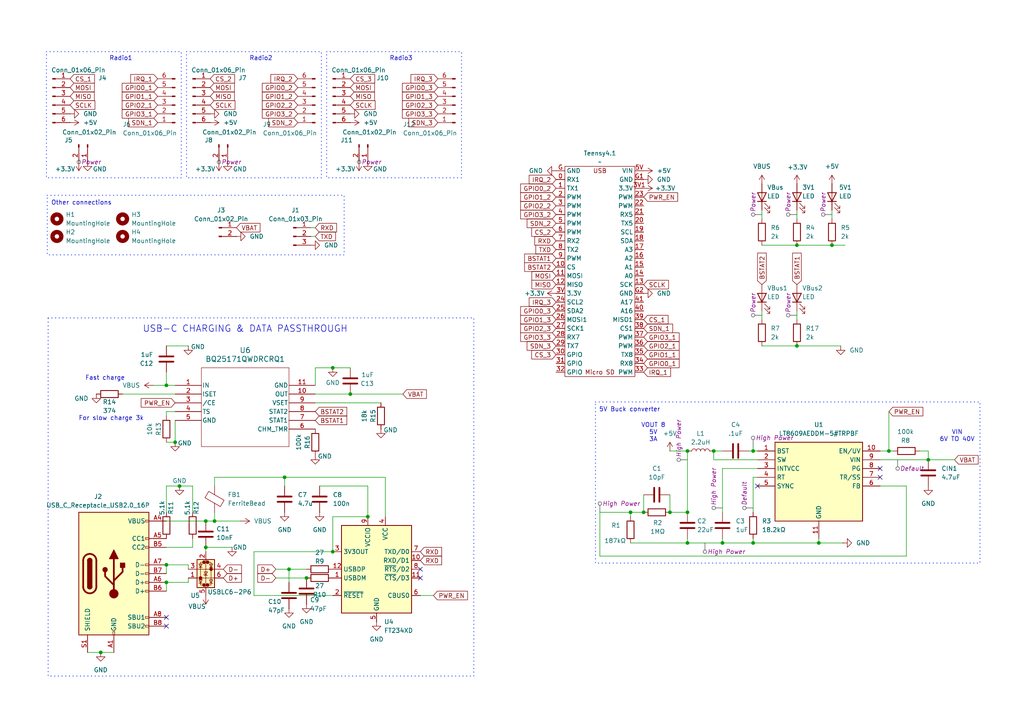
<source format=kicad_sch>
(kicad_sch (version 20231120) (generator "eeschema") (generator_version "8.0")
  (paper "A4")
  (junction (at 207.01 130.81))
  (junction (at 209.55 157.48))
  (junction (at 199.39 157.48))
  (junction (at 241.3 71.12))
  (junction (at 52.07 140.97))
  (junction (at 82.55 138.43))
  (junction (at 101.6 114.3))
  (junction (at 29.21 189.23))
  (junction (at 199.39 130.81))
  (junction (at 48.26 111.76))
  (junction (at 231.14 100.33))
  (junction (at 106.68 149.86))
  (junction (at 59.69 151.13))
  (junction (at 194.31 148.59))
  (junction (at 257.81 130.81))
  (junction (at 218.44 157.48))
  (junction (at 48.26 163.83))
  (junction (at 59.69 158.75))
  (junction (at 269.24 133.35))
  (junction (at 237.49 157.48))
  (junction (at 231.14 71.12))
  (junction (at 199.39 148.59))
  (junction (at 186.69 148.59))
  (junction (at 62.23 151.13))
  (junction (at 50.8 128.27))
  (junction (at 96.52 160.02))
  (junction (at 48.26 168.91))
  (junction (at 88.9 167.64))
  (junction (at 218.44 130.81))
  (junction (at 96.52 106.68))
  (junction (at 83.82 165.1))
  (junction (at 182.88 148.59))
  (no_connect (at 255.27 135.89))
  (no_connect (at 121.92 167.64))
  (no_connect (at 219.71 140.97))
  (no_connect (at 121.92 165.1))
  (no_connect (at 48.26 179.07))
  (no_connect (at 255.27 138.43))
  (no_connect (at 48.26 181.61))
  (wire (pts (xy 91.44 106.68) (xy 96.52 106.68)))
  (wire (pts (xy 96.52 160.02) (xy 96.52 149.86)))
  (wire (pts (xy 50.8 128.27) (xy 50.8 121.92)))
  (wire (pts (xy 48.26 163.83) (xy 54.61 163.83)))
  (wire (pts (xy 62.23 140.97) (xy 62.23 138.43)))
  (wire (pts (xy 218.44 129.54) (xy 218.44 130.81)))
  (wire (pts (xy 219.71 138.43) (xy 218.44 138.43)))
  (wire (pts (xy 48.26 119.38) (xy 50.8 119.38)))
  (wire (pts (xy 255.27 140.97) (xy 262.89 140.97)))
  (wire (pts (xy 121.92 172.72) (xy 125.73 172.72)))
  (wire (pts (xy 62.23 151.13) (xy 62.23 148.59)))
  (wire (pts (xy 209.55 157.48) (xy 218.44 157.48)))
  (wire (pts (xy 255.27 130.81) (xy 257.81 130.81)))
  (wire (pts (xy 92.71 140.97) (xy 106.68 140.97)))
  (wire (pts (xy 82.55 138.43) (xy 111.76 138.43)))
  (wire (pts (xy 199.39 156.21) (xy 199.39 157.48)))
  (wire (pts (xy 62.23 138.43) (xy 82.55 138.43)))
  (wire (pts (xy 182.88 148.59) (xy 186.69 148.59)))
  (wire (pts (xy 269.24 133.35) (xy 276.86 133.35)))
  (wire (pts (xy 231.14 100.33) (xy 243.84 100.33)))
  (wire (pts (xy 48.26 128.27) (xy 50.8 128.27)))
  (wire (pts (xy 194.31 148.59) (xy 199.39 148.59)))
  (wire (pts (xy 73.66 172.72) (xy 73.66 160.02)))
  (wire (pts (xy 48.26 107.95) (xy 48.26 111.76)))
  (wire (pts (xy 62.23 151.13) (xy 69.85 151.13)))
  (wire (pts (xy 182.88 148.59) (xy 182.88 149.86)))
  (wire (pts (xy 237.49 156.21) (xy 237.49 157.48)))
  (wire (pts (xy 96.52 106.68) (xy 101.6 106.68)))
  (wire (pts (xy 231.14 90.17) (xy 231.14 92.71)))
  (wire (pts (xy 173.99 148.59) (xy 182.88 148.59)))
  (wire (pts (xy 96.52 149.86) (xy 106.68 149.86)))
  (wire (pts (xy 48.26 119.38) (xy 48.26 120.65)))
  (wire (pts (xy 207.01 133.35) (xy 207.01 130.81)))
  (wire (pts (xy 199.39 157.48) (xy 209.55 157.48)))
  (wire (pts (xy 48.26 158.75) (xy 55.88 158.75)))
  (wire (pts (xy 73.66 160.02) (xy 96.52 160.02)))
  (wire (pts (xy 257.81 130.81) (xy 259.08 130.81)))
  (wire (pts (xy 255.27 133.35) (xy 269.24 133.35)))
  (wire (pts (xy 48.26 140.97) (xy 52.07 140.97)))
  (wire (pts (xy 80.01 167.64) (xy 88.9 167.64)))
  (wire (pts (xy 220.98 90.17) (xy 220.98 92.71)))
  (wire (pts (xy 106.68 140.97) (xy 106.68 149.86)))
  (wire (pts (xy 52.07 140.97) (xy 55.88 140.97)))
  (wire (pts (xy 96.52 172.72) (xy 73.66 172.72)))
  (wire (pts (xy 48.26 100.33) (xy 54.61 100.33)))
  (wire (pts (xy 220.98 100.33) (xy 231.14 100.33)))
  (wire (pts (xy 111.76 138.43) (xy 111.76 149.86)))
  (wire (pts (xy 241.3 71.12) (xy 245.11 71.12)))
  (wire (pts (xy 262.89 140.97) (xy 262.89 161.29)))
  (wire (pts (xy 220.98 71.12) (xy 231.14 71.12)))
  (wire (pts (xy 262.89 161.29) (xy 173.99 161.29)))
  (wire (pts (xy 90.17 68.58) (xy 91.44 68.58)))
  (wire (pts (xy 231.14 71.12) (xy 241.3 71.12)))
  (wire (pts (xy 83.82 165.1) (xy 83.82 168.91)))
  (wire (pts (xy 48.26 168.91) (xy 48.26 171.45)))
  (wire (pts (xy 269.24 130.81) (xy 269.24 133.35)))
  (wire (pts (xy 199.39 130.81) (xy 199.39 148.59)))
  (wire (pts (xy 266.7 130.81) (xy 269.24 130.81)))
  (wire (pts (xy 257.81 119.38) (xy 257.81 130.81)))
  (wire (pts (xy 241.3 60.96) (xy 241.3 63.5)))
  (wire (pts (xy 59.69 151.13) (xy 62.23 151.13)))
  (wire (pts (xy 29.21 189.23) (xy 33.02 189.23)))
  (wire (pts (xy 80.01 165.1) (xy 83.82 165.1)))
  (wire (pts (xy 59.69 158.75) (xy 67.31 158.75)))
  (wire (pts (xy 55.88 158.75) (xy 55.88 156.21)))
  (wire (pts (xy 218.44 156.21) (xy 218.44 157.48)))
  (wire (pts (xy 54.61 163.83) (xy 54.61 165.1)))
  (wire (pts (xy 44.45 111.76) (xy 48.26 111.76)))
  (wire (pts (xy 237.49 157.48) (xy 244.475 157.48)))
  (wire (pts (xy 48.26 111.76) (xy 50.8 111.76)))
  (wire (pts (xy 186.69 143.51) (xy 186.69 148.59)))
  (wire (pts (xy 59.69 158.75) (xy 59.69 160.02)))
  (wire (pts (xy 209.55 156.21) (xy 209.55 157.48)))
  (wire (pts (xy 91.44 111.76) (xy 91.44 106.68)))
  (wire (pts (xy 91.44 114.3) (xy 101.6 114.3)))
  (wire (pts (xy 173.99 161.29) (xy 173.99 148.59)))
  (wire (pts (xy 231.14 60.96) (xy 231.14 63.5)))
  (wire (pts (xy 218.44 130.81) (xy 219.71 130.81)))
  (wire (pts (xy 90.17 66.04) (xy 91.44 66.04)))
  (wire (pts (xy 218.44 138.43) (xy 218.44 148.59)))
  (wire (pts (xy 35.56 114.3) (xy 50.8 114.3)))
  (wire (pts (xy 101.6 114.3) (xy 116.84 114.3)))
  (wire (pts (xy 82.55 138.43) (xy 82.55 140.97)))
  (wire (pts (xy 194.31 143.51) (xy 194.31 148.59)))
  (wire (pts (xy 48.26 163.83) (xy 48.26 166.37)))
  (wire (pts (xy 219.71 135.89) (xy 209.55 135.89)))
  (wire (pts (xy 54.61 168.91) (xy 54.61 167.64)))
  (wire (pts (xy 218.44 157.48) (xy 237.49 157.48)))
  (wire (pts (xy 194.31 130.81) (xy 199.39 130.81)))
  (wire (pts (xy 217.17 130.81) (xy 218.44 130.81)))
  (wire (pts (xy 48.26 151.13) (xy 59.69 151.13)))
  (wire (pts (xy 182.88 157.48) (xy 199.39 157.48)))
  (wire (pts (xy 48.26 148.59) (xy 48.26 140.97)))
  (wire (pts (xy 48.26 168.91) (xy 54.61 168.91)))
  (wire (pts (xy 207.01 130.81) (xy 209.55 130.81)))
  (wire (pts (xy 220.98 60.96) (xy 220.98 63.5)))
  (wire (pts (xy 83.82 165.1) (xy 88.9 165.1)))
  (wire (pts (xy 209.55 135.89) (xy 209.55 148.59)))
  (wire (pts (xy 219.71 133.35) (xy 207.01 133.35)))
  (wire (pts (xy 91.44 116.84) (xy 110.49 116.84)))
  (wire (pts (xy 25.4 189.23) (xy 29.21 189.23)))
  (wire (pts (xy 55.88 140.97) (xy 55.88 148.59)))
  (rectangle (start 172.72 116.586) (end 284.226 163.322) (stroke (width 0.254) (type dot) (color 23 47 255 1)))
  (rectangle (start 13.97 92.202) (end 137.414 196.088) (stroke (width 0.254) (type dot) (color 23 47 255 1)))
  (rectangle (start 54.102 14.986) (end 93.218 51.562) (stroke (width 0.254) (type dot) (color 23 47 255 1)))
  (rectangle (start 94.742 14.986) (end 133.858 51.562) (stroke (width 0.254) (type dot) (color 23 47 255 1)))
  (rectangle (start 13.716 56.642) (end 99.822 73.914) (stroke (width 0.254) (type dot) (color 23 47 255 1)))
  (rectangle (start 13.462 14.986) (end 52.578 51.562) (stroke (width 0.254) (type dot) (color 23 47 255 1)))
  (text "Other connections" (at 23.622 58.928 0) (effects (font (size 1.27 1.27))))
  (text "Fast charge\n" (at 30.48 109.728 0) (effects (font (size 1.27 1.27))))
  (text "For slow charge 3k" (at 32.258 121.412 0) (effects (font (size 1.27 1.27))))
  (text "VIN\n6V TO 40V" (at 277.622 126.492 0) (effects (font (size 1.27 1.27))))
  (text "Radio3" (at 116.332 17.018 0) (effects (font (size 1.27 1.27))))
  (text "USB-C CHARGING & DATA PASSTHROUGH" (at 71.12 95.504 0) (effects (font (size 1.905 1.905))))
  (text "VOUT 8\n5V\n3A" (at 189.484 125.476 0) (effects (font (size 1.27 1.27))))
  (text "Radio2\n" (at 75.692 17.018 0) (effects (font (size 1.27 1.27))))
  (text "5V Buck converter" (at 182.626 118.872 0) (effects (font (size 1.27 1.27))))
  (text "Radio1" (at 35.052 17.018 0) (effects (font (size 1.27 1.27))))
  (global_label "CS_3" (shape input) (at 161.29 102.87 180) (property "Intersheetrefs" "${INTERSHEET_REFS}" (effects (hide yes))))
  (global_label "GPIO1_1" (shape input) (at 186.69 102.87 0) (property "Intersheetrefs" "${INTERSHEET_REFS}" (effects (hide yes))))
  (global_label "GPIO2_1" (shape input) (at 45.72 30.48 180) (property "Intersheetrefs" "${INTERSHEET_REFS}" (effects (hide yes))))
  (global_label "IRQ_1" (shape input) (at 45.72 22.86 180) (property "Intersheetrefs" "${INTERSHEET_REFS}" (effects (hide yes))))
  (global_label "SCLK" (shape input) (at 186.69 82.55 0) (property "Intersheetrefs" "${INTERSHEET_REFS}" (effects (hide yes))))
  (global_label "GPIO1_2" (shape input) (at 161.29 57.15 180) (property "Intersheetrefs" "${INTERSHEET_REFS}" (effects (hide yes))))
  (global_label "GPIO0_2" (shape input) (at 86.36 25.4 180) (property "Intersheetrefs" "${INTERSHEET_REFS}" (effects (hide yes))))
  (global_label "D-" (shape input) (at 64.77 165.1 0) (property "Intersheetrefs" "${INTERSHEET_REFS}" (effects (hide yes))))
  (global_label "PWR_EN" (shape input) (at 257.81 119.38 0) (property "Intersheetrefs" "${INTERSHEET_REFS}" (effects (hide yes))))
  (global_label "SCLK" (shape input) (at 20.32 30.48 0) (property "Intersheetrefs" "${INTERSHEET_REFS}" (effects (hide yes))))
  (global_label "SCLK" (shape input) (at 60.96 30.48 0) (property "Intersheetrefs" "${INTERSHEET_REFS}" (effects (hide yes))))
  (global_label "RXD" (shape input) (at 161.29 69.85 180) (property "Intersheetrefs" "${INTERSHEET_REFS}" (effects (hide yes))))
  (global_label "MOSI" (shape input) (at 20.32 25.4 0) (property "Intersheetrefs" "${INTERSHEET_REFS}" (effects (hide yes))))
  (global_label "SDN_2" (shape input) (at 161.29 64.77 180) (property "Intersheetrefs" "${INTERSHEET_REFS}" (effects (hide yes))))
  (global_label "GPIO3_1" (shape input) (at 186.69 97.79 0) (property "Intersheetrefs" "${INTERSHEET_REFS}" (effects (hide yes))))
  (global_label "SDN_3" (shape input) (at 161.29 100.33 180) (property "Intersheetrefs" "${INTERSHEET_REFS}" (effects (hide yes))))
  (global_label "GPIO3_2" (shape input) (at 161.29 62.23 180) (property "Intersheetrefs" "${INTERSHEET_REFS}" (effects (hide yes))))
  (global_label "TXD" (shape input) (at 161.29 72.39 180) (property "Intersheetrefs" "${INTERSHEET_REFS}" (effects (hide yes))))
  (global_label "D+" (shape input) (at 80.01 165.1 180) (property "Intersheetrefs" "${INTERSHEET_REFS}" (effects (hide yes))))
  (global_label "GPIO1_3" (shape input) (at 127 27.94 180) (property "Intersheetrefs" "${INTERSHEET_REFS}" (effects (hide yes))))
  (global_label "MOSI" (shape input) (at 101.6 25.4 0) (property "Intersheetrefs" "${INTERSHEET_REFS}" (effects (hide yes))))
  (global_label "MISO" (shape input) (at 60.96 27.94 0) (property "Intersheetrefs" "${INTERSHEET_REFS}" (effects (hide yes))))
  (global_label "GPIO3_3" (shape input) (at 161.29 97.79 180) (property "Intersheetrefs" "${INTERSHEET_REFS}" (effects (hide yes))))
  (global_label "GPIO0_2" (shape input) (at 161.29 54.61 180) (property "Intersheetrefs" "${INTERSHEET_REFS}" (effects (hide yes))))
  (global_label "GPIO2_3" (shape input) (at 127 30.48 180) (property "Intersheetrefs" "${INTERSHEET_REFS}" (effects (hide yes))))
  (global_label "IRQ_1" (shape input) (at 186.69 107.95 0) (property "Intersheetrefs" "${INTERSHEET_REFS}" (effects (hide yes))))
  (global_label "SDN_1" (shape input) (at 45.72 35.56 180) (property "Intersheetrefs" "${INTERSHEET_REFS}" (effects (hide yes))))
  (global_label "BSTAT1" (shape input) (at 91.44 121.92 0) (property "Intersheetrefs" "${INTERSHEET_REFS}" (effects (hide yes))))
  (global_label "CS_2" (shape input) (at 60.96 22.86 0) (property "Intersheetrefs" "${INTERSHEET_REFS}" (effects (hide yes))))
  (global_label "MOSI" (shape input) (at 161.29 80.01 180) (property "Intersheetrefs" "${INTERSHEET_REFS}" (effects (hide yes))))
  (global_label "GPIO2_2" (shape input) (at 161.29 59.69 180) (property "Intersheetrefs" "${INTERSHEET_REFS}" (effects (hide yes))))
  (global_label "GPIO1_3" (shape input) (at 161.29 92.71 180) (property "Intersheetrefs" "${INTERSHEET_REFS}" (effects (hide yes))))
  (global_label "GPIO0_1" (shape input) (at 186.69 105.41 0) (property "Intersheetrefs" "${INTERSHEET_REFS}" (effects (hide yes))))
  (global_label "GPIO2_2" (shape input) (at 86.36 30.48 180) (property "Intersheetrefs" "${INTERSHEET_REFS}" (effects (hide yes))))
  (global_label "GPIO1_1" (shape input) (at 45.72 27.94 180) (property "Intersheetrefs" "${INTERSHEET_REFS}" (effects (hide yes))))
  (global_label "MOSI" (shape input) (at 60.96 25.4 0) (property "Intersheetrefs" "${INTERSHEET_REFS}" (effects (hide yes))))
  (global_label "BSTAT2" (shape input) (at 220.98 82.55 90) (property "Intersheetrefs" "${INTERSHEET_REFS}" (effects (hide yes))))
  (global_label "GPIO3_2" (shape input) (at 86.36 33.02 180) (property "Intersheetrefs" "${INTERSHEET_REFS}" (effects (hide yes))))
  (global_label "D+" (shape input) (at 64.77 167.64 0) (property "Intersheetrefs" "${INTERSHEET_REFS}" (effects (hide yes))))
  (global_label "GPIO0_1" (shape input) (at 45.72 25.4 180) (property "Intersheetrefs" "${INTERSHEET_REFS}" (effects (hide yes))))
  (global_label "CS_3" (shape input) (at 101.6 22.86 0) (property "Intersheetrefs" "${INTERSHEET_REFS}" (effects (hide yes))))
  (global_label "BSTAT2" (shape input) (at 161.29 77.47 180) (property "Intersheetrefs" "${INTERSHEET_REFS}" (effects (hide yes))))
  (global_label "GPIO1_2" (shape input) (at 86.36 27.94 180) (property "Intersheetrefs" "${INTERSHEET_REFS}" (effects (hide yes))))
  (global_label "SDN_2" (shape input) (at 86.36 35.56 180) (property "Intersheetrefs" "${INTERSHEET_REFS}" (effects (hide yes))))
  (global_label "RXD" (shape input) (at 121.92 160.02 0) (property "Intersheetrefs" "${INTERSHEET_REFS}" (effects (hide yes))))
  (global_label "TXD" (shape input) (at 91.44 68.58 0) (property "Intersheetrefs" "${INTERSHEET_REFS}" (effects (hide yes))))
  (global_label "VBAT" (shape input) (at 116.84 114.3 0) (property "Intersheetrefs" "${INTERSHEET_REFS}" (effects (hide yes))))
  (global_label "IRQ_3" (shape input) (at 161.29 87.63 180) (property "Intersheetrefs" "${INTERSHEET_REFS}" (effects (hide yes))))
  (global_label "GPIO3_3" (shape input) (at 127 33.02 180) (property "Intersheetrefs" "${INTERSHEET_REFS}" (effects (hide yes))))
  (global_label "GPIO0_3" (shape input) (at 127 25.4 180) (property "Intersheetrefs" "${INTERSHEET_REFS}" (effects (hide yes))))
  (global_label "PWR_EN" (shape input) (at 50.8 116.84 180) (property "Intersheetrefs" "${INTERSHEET_REFS}" (effects (hide yes))))
  (global_label "BSTAT2" (shape input) (at 91.44 119.38 0) (property "Intersheetrefs" "${INTERSHEET_REFS}" (effects (hide yes))))
  (global_label "BSTAT1" (shape input) (at 161.29 74.93 180) (property "Intersheetrefs" "${INTERSHEET_REFS}" (effects (hide yes))))
  (global_label "IRQ_2" (shape input) (at 161.29 52.07 180) (property "Intersheetrefs" "${INTERSHEET_REFS}" (effects (hide yes))))
  (global_label "GPIO2_3" (shape input) (at 161.29 95.25 180) (property "Intersheetrefs" "${INTERSHEET_REFS}" (effects (hide yes))))
  (global_label "CS_1" (shape input) (at 186.69 92.71 0) (property "Intersheetrefs" "${INTERSHEET_REFS}" (effects (hide yes))))
  (global_label "GPIO0_3" (shape input) (at 161.29 90.17 180) (property "Intersheetrefs" "${INTERSHEET_REFS}" (effects (hide yes))))
  (global_label "PWR_EN" (shape input) (at 125.73 172.72 0) (property "Intersheetrefs" "${INTERSHEET_REFS}" (effects (hide yes))))
  (global_label "BSTAT1" (shape input) (at 231.14 82.55 90) (property "Intersheetrefs" "${INTERSHEET_REFS}" (effects (hide yes))))
  (global_label "RXD" (shape input) (at 91.44 66.04 0) (property "Intersheetrefs" "${INTERSHEET_REFS}" (effects (hide yes))))
  (global_label "IRQ_2" (shape input) (at 86.36 22.86 180) (property "Intersheetrefs" "${INTERSHEET_REFS}" (effects (hide yes))))
  (global_label "IRQ_3" (shape input) (at 127 22.86 180) (property "Intersheetrefs" "${INTERSHEET_REFS}" (effects (hide yes))))
  (global_label "GPIO2_1" (shape input) (at 186.69 100.33 0) (property "Intersheetrefs" "${INTERSHEET_REFS}" (effects (hide yes))))
  (global_label "MISO" (shape input) (at 101.6 27.94 0) (property "Intersheetrefs" "${INTERSHEET_REFS}" (effects (hide yes))))
  (global_label "CS_1" (shape input) (at 20.32 22.86 0) (property "Intersheetrefs" "${INTERSHEET_REFS}" (effects (hide yes))))
  (global_label "SDN_3" (shape input) (at 127 35.56 180) (property "Intersheetrefs" "${INTERSHEET_REFS}" (effects (hide yes))))
  (global_label "VBAT" (shape input) (at 276.86 133.35 0) (property "Intersheetrefs" "${INTERSHEET_REFS}" (effects (hide yes))))
  (global_label "GPIO3_1" (shape input) (at 45.72 33.02 180) (property "Intersheetrefs" "${INTERSHEET_REFS}" (effects (hide yes))))
  (global_label "CS_2" (shape input) (at 161.29 67.31 180) (property "Intersheetrefs" "${INTERSHEET_REFS}" (effects (hide yes))))
  (global_label "MISO" (shape input) (at 20.32 27.94 0) (property "Intersheetrefs" "${INTERSHEET_REFS}" (effects (hide yes))))
  (global_label "SCLK" (shape input) (at 101.6 30.48 0) (property "Intersheetrefs" "${INTERSHEET_REFS}" (effects (hide yes))))
  (global_label "MISO" (shape input) (at 161.29 82.55 180) (property "Intersheetrefs" "${INTERSHEET_REFS}" (effects (hide yes))))
  (global_label "VBAT" (shape input) (at 68.58 66.04 0) (property "Intersheetrefs" "${INTERSHEET_REFS}" (effects (hide yes))))
  (global_label "SDN_1" (shape input) (at 186.69 95.25 0) (property "Intersheetrefs" "${INTERSHEET_REFS}" (effects (hide yes))))
  (global_label "D-" (shape input) (at 80.01 167.64 180) (property "Intersheetrefs" "${INTERSHEET_REFS}" (effects (hide yes))))
  (global_label "PWR_EN" (shape input) (at 186.69 57.15 0) (property "Intersheetrefs" "${INTERSHEET_REFS}" (effects (hide yes))))
  (global_label "RXD" (shape input) (at 121.92 162.56 0) (property "Intersheetrefs" "${INTERSHEET_REFS}" (effects (hide yes))))
  (netclass_flag "" (length 2.54) (shape round) (at 22.86 44.45 180) (property "Netclass" "Power" (at 23.5585 46.99 0) (effects (font (italic yes)) (justify left))))
  (netclass_flag "" (length 2.54) (shape round) (at 63.5 44.45 180) (property "Netclass" "Power" (at 64.1985 46.99 0) (effects (font (italic yes)) (justify left))))
  (netclass_flag "" (length 2.54) (shape round) (at 260.35 133.35 180) (property "Netclass" "Default" (at 261.0485 135.89 0) (effects (font (italic yes)) (justify left))))
  (netclass_flag "" (length 2.54) (shape round) (at 209.55 147.32 90) (property "Netclass" "High Power" (at 207.01 146.6215 90) (effects (font (italic yes)) (justify left))))
  (netclass_flag "" (length 2.54) (shape round) (at 173.99 148.59 0) (property "Netclass" "High Power" (at 174.6885 146.05 0) (effects (font (italic yes)) (justify left))))
  (netclass_flag "" (length 2.54) (shape round) (at 199.39 133.35 90) (property "Netclass" "High Power" (at 196.85 132.6515 90) (effects (font (italic yes)) (justify left))))
  (netclass_flag "" (length 2.54) (shape round) (at 104.14 44.45 180) (property "Netclass" "Power" (at 104.8385 46.99 0) (effects (font (italic yes)) (justify left))))
  (netclass_flag "" (length 2.54) (shape round) (at 220.98 62.23 90) (property "Netclass" "Power" (at 218.44 61.5315 90) (effects (font (italic yes)) (justify left))))
  (netclass_flag "" (length 2.54) (shape round) (at 231.14 91.44 90) (property "Netclass" "Power" (at 228.6 90.7415 90) (effects (font (italic yes)) (justify left))))
  (netclass_flag "" (length 2.54) (shape round) (at 231.14 62.23 90) (property "Netclass" "Power" (at 228.6 61.5315 90) (effects (font (italic yes)) (justify left))))
  (netclass_flag "" (length 2.54) (shape round) (at 241.3 62.23 90) (property "Netclass" "Power" (at 238.76 61.5315 90) (effects (font (italic yes)) (justify left))))
  (netclass_flag "" (length 2.54) (shape round) (at 204.47 157.48 180) (property "Netclass" "High Power" (at 205.1685 160.02 0) (effects (font (italic yes)) (justify left))))
  (netclass_flag "" (length 2.54) (shape round) (at 218.44 129.54 0) (property "Netclass" "High Power" (at 219.1385 127 0) (effects (font (italic yes)) (justify left))))
  (netclass_flag "" (length 2.54) (shape round) (at 218.44 147.32 90) (property "Netclass" "Default" (at 215.9 146.6215 90) (effects (font (italic yes)) (justify left))))
  (netclass_flag "" (length 2.54) (shape round) (at 220.98 91.44 90) (property "Netclass" "Power" (at 218.44 90.7415 90) (effects (font (italic yes)) (justify left))))
  (symbol (lib_id "Device:R") (at 92.71 167.64 270) (unit 1)
    (property "Reference" "R10" (at 92.71 172.466 90))
    (property "Value" "27" (at 92.71 169.926 90))
    (property "Footprint" "Resistor_SMD:R_0805_2012Metric" (effects (hide yes)))
    (property "Description" "Resistor" (effects (hide yes)))
  )
  (symbol (lib_id "Device:C") (at 59.69 154.94 180) (unit 1)
    (property "Reference" "C11" (at 62.738 153.416 0) (effects (justify right)))
    (property "Value" "10nF" (at 62.738 155.956 0) (effects (justify right)))
    (property "Footprint" "Capacitor_SMD:C_0805_2012Metric" (effects (hide yes)))
    (property "Description" "Unpolarized capacitor" (effects (hide yes)))
  )
  (symbol (lib_id "power:GND") (at 82.55 148.59 0) (unit 1)
    (property "Reference" "#PWR042" (effects (hide yes)))
    (property "Value" "GND" (at 82.55 153.67 0))
    (property "Description" "Power symbol creates a global label with name \"GND\" , ground" (effects (hide yes)))
  )
  (symbol (lib_id "Device:R") (at 91.44 128.27 0) (unit 1)
    (property "Reference" "R16" (at 89.154 128.27 90))
    (property "Value" "100k" (at 86.614 128.27 90))
    (property "Footprint" "Resistor_SMD:R_0805_2012Metric" (effects (hide yes)))
    (property "Description" "Resistor" (effects (hide yes)))
  )
  (symbol (lib_id "power:GND") (at 243.84 100.33 0) (unit 1)
    (property "Reference" "#PWR07" (effects (hide yes)))
    (property "Value" "GND" (at 246.38 101.5999 0) (effects (justify left)))
    (property "Description" "Power symbol creates a global label with name \"GND\" , ground" (effects (hide yes)))
  )
  (symbol (lib_id "Connector:Conn_01x06_Pin") (at 91.44 30.48 180) (unit 1)
    (property "Reference" "J9" (at 76.2 36.068 0) (effects (justify right)))
    (property "Value" "Conn_01x06_Pin" (at 76.2 38.608 0) (effects (justify right)))
    (property "Footprint" "Connector_JST:JST_XH_B6B-XH-A_1x06_P2.50mm_Vertical" (effects (hide yes)))
    (property "Description" "Generic connector, single row, 01x06, script generated" (effects (hide yes)))
  )
  (symbol (lib_id "Avionics:BQ25171QWDRCRQ1") (at 50.8 111.76 0) (unit 1)
    (property "Reference" "U6" (at 71.12 101.6 0) (effects (font (size 1.524 1.524))))
    (property "Value" "BQ25171QWDRCRQ1" (at 71.12 104.14 0) (effects (font (size 1.524 1.524))))
    (property "Footprint" "VSON10_BQ25171_3X3_TEX" (effects (hide yes)))
    (property "Datasheet" "BQ25171QWDRCRQ1" (effects (hide yes)))
  )
  (symbol (lib_id "power:GND") (at 29.21 189.23 0) (unit 1)
    (property "Reference" "#PWR041" (effects (hide yes)))
    (property "Value" "GND" (at 29.21 194.31 0))
    (property "Description" "Power symbol creates a global label with name \"GND\" , ground" (effects (hide yes)))
  )
  (symbol (lib_id "Device:C") (at 209.55 152.4 0) (unit 1)
    (property "Reference" "C3" (at 213.36 151.1299 0) (effects (justify left)))
    (property "Value" "1uF" (at 213.36 153.6699 0) (effects (justify left)))
    (property "Footprint" "Capacitor_SMD:C_0805_2012Metric" (effects (hide yes)))
    (property "Description" "Unpolarized capacitor" (effects (hide yes)))
  )
  (symbol (lib_id "Device:R") (at 220.98 67.31 0) (unit 1)
    (property "Reference" "R6" (at 223.52 66.0399 0) (effects (justify left)))
    (property "Value" "2k" (at 223.52 68.5799 0) (effects (justify left)))
    (property "Footprint" "Resistor_SMD:R_0805_2012Metric_Pad1.20x1.40mm_HandSolder" (effects (hide yes)))
    (property "Description" "Resistor" (effects (hide yes)))
  )
  (symbol (lib_id "Power_Protection:USBLC6-2P6") (at 59.69 167.64 0) (mirror x) (unit 1)
    (property "Reference" "U5" (at 55.245 172.72 0) (effects (justify left)))
    (property "Value" "USBLC6-2P6" (at 60.198 171.704 0) (effects (justify left)))
    (property "Footprint" "SRAD_AVIONICS:SOT-666_STM-L" (effects (hide yes)))
    (property "Datasheet" "https://www.st.com/resource/en/datasheet/usblc6-2.pdf" (effects (hide yes)))
    (property "Description" "Very low capacitance ESD protection diode, 2 data-line, SOT-666" (effects (hide yes)))
  )
  (symbol (lib_id "power:GND") (at 66.04 46.99 0) (unit 1)
    (property "Reference" "#PWR027" (effects (hide yes)))
    (property "Value" "GND" (at 69.596 49.022 0))
    (property "Description" "Power symbol creates a global label with name \"GND\" , ground" (effects (hide yes)))
  )
  (symbol (lib_id "Connector:Conn_01x03_Pin") (at 85.09 68.58 0) (unit 1)
    (property "Reference" "J1" (at 85.725 60.96 0))
    (property "Value" "Conn_01x03_Pin" (at 85.725 63.5 0))
    (property "Description" "Generic connector, single row, 01x03, script generated" (effects (hide yes)))
  )
  (symbol (lib_id "power:GND") (at 54.61 100.33 0) (unit 1)
    (property "Reference" "#PWR049" (effects (hide yes)))
    (property "Value" "GND" (at 59.436 100.584 0) (effects (justify right)))
    (property "Description" "Power symbol creates a global label with name \"GND\" , ground" (effects (hide yes)))
  )
  (symbol (lib_id "power:+5V") (at 20.32 35.56 270) (unit 1)
    (property "Reference" "#PWR021" (effects (hide yes)))
    (property "Value" "+5V" (at 24.13 35.5599 90) (effects (justify left)))
    (property "Description" "Power symbol creates a global label with name \"+5V\"" (effects (hide yes)))
  )
  (symbol (lib_id "Connector:Conn_01x06_Pin") (at 55.88 27.94 0) (unit 1)
    (property "Reference" "J7" (at 70.358 22.606 0))
    (property "Value" "Conn_01x06_Pin" (at 63.373 20.32 0))
    (property "Footprint" "Connector_JST:JST_XH_B6B-XH-A_1x06_P2.50mm_Vertical" (effects (hide yes)))
    (property "Description" "Generic connector, single row, 01x06, script generated" (effects (hide yes)))
  )
  (symbol (lib_id "power:GND") (at 88.9 175.26 0) (unit 1)
    (property "Reference" "#PWR044" (effects (hide yes)))
    (property "Value" "GND" (at 88.9 180.34 0))
    (property "Description" "Power symbol creates a global label with name \"GND\" , ground" (effects (hide yes)))
  )
  (symbol (lib_id "power:GND") (at 68.58 68.58 90) (unit 1)
    (property "Reference" "#PWR04" (effects (hide yes)))
    (property "Value" "GND" (at 72.39 68.5799 90) (effects (justify right)))
    (property "Description" "Power symbol creates a global label with name \"GND\" , ground" (effects (hide yes)))
  )
  (symbol (lib_id "Connector:Conn_01x06_Pin") (at 15.24 27.94 0) (unit 1)
    (property "Reference" "J4" (at 29.718 22.606 0))
    (property "Value" "Conn_01x06_Pin" (at 22.733 20.32 0))
    (property "Footprint" "Connector_JST:JST_XH_B6B-XH-A_1x06_P2.50mm_Vertical" (effects (hide yes)))
    (property "Description" "Generic connector, single row, 01x06, script generated" (effects (hide yes)))
  )
  (symbol (lib_id "Device:C") (at 82.55 144.78 180) (unit 1)
    (property "Reference" "C7" (at 86.36 143.5099 0) (effects (justify right)))
    (property "Value" "4.7u" (at 86.36 146.0499 0) (effects (justify right)))
    (property "Footprint" "Capacitor_SMD:C_0805_2012Metric" (effects (hide yes)))
    (property "Description" "Unpolarized capacitor" (effects (hide yes)))
  )
  (symbol (lib_id "Device:R") (at 92.71 165.1 270) (unit 1)
    (property "Reference" "R9" (at 92.71 162.814 90))
    (property "Value" "27" (at 92.71 160.274 90))
    (property "Footprint" "Resistor_SMD:R_0805_2012Metric" (effects (hide yes)))
    (property "Description" "Resistor" (effects (hide yes)))
  )
  (symbol (lib_id "power:GND") (at 92.71 148.59 0) (unit 1)
    (property "Reference" "#PWR043" (effects (hide yes)))
    (property "Value" "GND" (at 92.71 153.67 0))
    (property "Description" "Power symbol creates a global label with name \"GND\" , ground" (effects (hide yes)))
  )
  (symbol (lib_id "Device:C") (at 48.26 104.14 0) (unit 1)
    (property "Reference" "C12" (at 44.45 105.4101 0) (effects (justify right)))
    (property "Value" "1uF" (at 44.45 102.8701 0) (effects (justify right)))
    (property "Footprint" "Capacitor_SMD:C_0805_2012Metric" (effects (hide yes)))
    (property "Description" "Unpolarized capacitor" (effects (hide yes)))
  )
  (symbol (lib_id "power:VBUS") (at 44.45 111.76 90) (unit 1)
    (property "Reference" "#PWR048" (effects (hide yes)))
    (property "Value" "VBUS" (at 40.64 111.7601 90) (effects (justify left)))
    (property "Description" "Power symbol creates a global label with name \"VBUS\"" (effects (hide yes)))
  )
  (symbol (lib_id "power:+5V") (at 194.31 130.81 0) (unit 1)
    (property "Reference" "#PWR03" (effects (hide yes)))
    (property "Value" "+5V" (at 194.31 125.73 0))
    (property "Description" "Power symbol creates a global label with name \"+5V\"" (effects (hide yes)))
  )
  (symbol (lib_id "power:GND") (at 110.49 124.46 0) (unit 1)
    (property "Reference" "#PWR053" (effects (hide yes)))
    (property "Value" "GND" (at 115.316 124.714 0) (effects (justify right)))
    (property "Description" "Power symbol creates a global label with name \"GND\" , ground" (effects (hide yes)))
  )
  (symbol (lib_id "Mechanical:MountingHole") (at 35.56 63.5 0) (unit 1) (exclude_from_sim yes) (in_bom no)
    (property "Reference" "H3" (at 38.1 62.2299 0) (effects (justify left)))
    (property "Value" "MountingHole" (at 38.1 64.7699 0) (effects (justify left)))
    (property "Footprint" "MountingHole:MountingHole_3.2mm_M3" (effects (hide yes)))
    (property "Description" "Mounting Hole without connection" (effects (hide yes)))
  )
  (symbol (lib_id "Mechanical:MountingHole") (at 35.56 68.58 0) (unit 1) (exclude_from_sim yes) (in_bom no)
    (property "Reference" "H4" (at 38.1 67.3099 0) (effects (justify left)))
    (property "Value" "MountingHole" (at 38.1 69.8499 0) (effects (justify left)))
    (property "Footprint" "MountingHole:MountingHole_3.2mm_M3" (effects (hide yes)))
    (property "Description" "Mounting Hole without connection" (effects (hide yes)))
  )
  (symbol (lib_id "Connector:Conn_01x02_Pin") (at 106.68 41.91 270) (unit 1)
    (property "Reference" "J11" (at 102.362 40.64 90) (effects (justify right)))
    (property "Value" "Conn_01x02_Pin" (at 115.062 38.354 90) (effects (justify right)))
    (property "Footprint" "Connector_PinHeader_2.54mm:PinHeader_1x02_P2.54mm_Vertical" (effects (hide yes)))
    (property "Description" "Generic connector, single row, 01x02, script generated" (effects (hide yes)))
  )
  (symbol (lib_id "Device:C") (at 92.71 144.78 180) (unit 1)
    (property "Reference" "C8" (at 96.52 143.5099 0) (effects (justify right)))
    (property "Value" "100n" (at 96.52 146.0499 0) (effects (justify right)))
    (property "Footprint" "Capacitor_SMD:C_0805_2012Metric" (effects (hide yes)))
    (property "Description" "Unpolarized capacitor" (effects (hide yes)))
  )
  (symbol (lib_id "Device:R") (at 190.5 148.59 90) (unit 1)
    (property "Reference" "R2" (at 190.754 151.638 90))
    (property "Value" "1MΩ" (at 190.754 154.178 90))
    (property "Footprint" "Resistor_SMD:R_0805_2012Metric" (effects (hide yes)))
    (property "Description" "Resistor" (effects (hide yes)))
  )
  (symbol (lib_id "power:GND") (at 186.69 85.09 90) (unit 1)
    (property "Reference" "#PWR033" (effects (hide yes)))
    (property "Value" "GND" (at 190.5 85.0899 90) (effects (justify right)))
    (property "Description" "Power symbol creates a global label with name \"GND\" , ground" (effects (hide yes)))
  )
  (symbol (lib_id "power:GND") (at 244.475 157.48 90) (unit 1)
    (property "Reference" "#PWR01" (effects (hide yes)))
    (property "Value" "GND" (at 248.285 157.4799 90) (effects (justify right)))
    (property "Description" "Power symbol creates a global label with name \"GND\" , ground" (effects (hide yes)))
  )
  (symbol (lib_id "power:GND") (at 96.52 106.68 0) (unit 1)
    (property "Reference" "#PWR050" (effects (hide yes)))
    (property "Value" "GND" (at 98.552 110.998 0) (effects (justify right)))
    (property "Description" "Power symbol creates a global label with name \"GND\" , ground" (effects (hide yes)))
  )
  (symbol (lib_id "power:GND") (at 60.96 33.02 90) (unit 1)
    (property "Reference" "#PWR024" (effects (hide yes)))
    (property "Value" "GND" (at 64.77 33.0199 90) (effects (justify right)))
    (property "Description" "Power symbol creates a global label with name \"GND\" , ground" (effects (hide yes)))
  )
  (symbol (lib_id "Device:FerriteBead") (at 62.23 144.78 0) (unit 1)
    (property "Reference" "FB1" (at 66.04 143.4591 0) (effects (justify left)))
    (property "Value" "FerriteBead" (at 66.04 145.9991 0) (effects (justify left)))
    (property "Description" "MI0805K601R-10" (effects (hide yes)))
  )
  (symbol (lib_id "Interface_USB:FT234XD") (at 109.22 165.1 0) (unit 1)
    (property "Reference" "U4" (at 111.4141 180.34 0) (effects (justify left)))
    (property "Value" "FT234XD" (at 111.4141 182.88 0) (effects (justify left)))
    (property "Footprint" "Package_DFN_QFN:WDFN-12-1EP_3x3mm_P0.45mm_EP1.7x2.5mm" (effects (hide yes)))
    (property "Datasheet" "https://ftdichip.com/wp-content/uploads/2024/05/DS_FT234XD.pdf" (effects (hide yes)))
    (property "Description" "Full Speed USB to Basic UART, WDFN-12" (effects (hide yes)))
  )
  (symbol (lib_id "Device:R") (at 48.26 124.46 0) (unit 1)
    (property "Reference" "R13" (at 45.974 124.46 90))
    (property "Value" "10k" (at 43.434 124.46 90))
    (property "Footprint" "Resistor_SMD:R_0805_2012Metric" (effects (hide yes)))
    (property "Description" "Resistor" (effects (hide yes)))
  )
  (symbol (lib_id "Device:R") (at 231.14 96.52 0) (unit 1)
    (property "Reference" "R17" (at 233.68 95.2499 0) (effects (justify left)))
    (property "Value" "2k" (at 233.68 97.7899 0) (effects (justify left)))
    (property "Footprint" "Resistor_SMD:R_0805_2012Metric_Pad1.20x1.40mm_HandSolder" (effects (hide yes)))
    (property "Description" "Resistor" (effects (hide yes)))
  )
  (symbol (lib_id "power:GND") (at 186.69 52.07 90) (unit 1)
    (property "Reference" "#PWR09" (effects (hide yes)))
    (property "Value" "GND" (at 190.5 52.0699 90) (effects (justify right)))
    (property "Description" "Power symbol creates a global label with name \"GND\" , ground" (effects (hide yes)))
  )
  (symbol (lib_id "power:GND") (at 25.4 46.99 0) (unit 1)
    (property "Reference" "#PWR023" (effects (hide yes)))
    (property "Value" "GND" (at 28.956 49.022 0))
    (property "Description" "Power symbol creates a global label with name \"GND\" , ground" (effects (hide yes)))
  )
  (symbol (lib_id "power:+3.3V") (at 63.5 46.99 180) (unit 1)
    (property "Reference" "#PWR026" (effects (hide yes)))
    (property "Value" "+3.3V" (at 62.484 49.022 0) (effects (justify left)))
    (property "Description" "Power symbol creates a global label with name \"+3.3V\"" (effects (hide yes)))
  )
  (symbol (lib_id "power:GND") (at 50.8 128.27 0) (unit 1)
    (property "Reference" "#PWR047" (effects (hide yes)))
    (property "Value" "GND" (at 55.626 128.524 0) (effects (justify right)))
    (property "Description" "Power symbol creates a global label with name \"GND\" , ground" (effects (hide yes)))
  )
  (symbol (lib_id "power:+5V") (at 186.69 49.53 270) (unit 1)
    (property "Reference" "#PWR08" (effects (hide yes)))
    (property "Value" "+5V" (at 190.5 49.5299 90) (effects (justify left)))
    (property "Description" "Power symbol creates a global label with name \"+5V\"" (effects (hide yes)))
  )
  (symbol (lib_id "Connector:Conn_01x02_Pin") (at 66.04 41.91 270) (unit 1)
    (property "Reference" "J8" (at 61.722 40.64 90) (effects (justify right)))
    (property "Value" "Conn_01x02_Pin" (at 74.422 38.354 90) (effects (justify right)))
    (property "Footprint" "Connector_PinHeader_2.54mm:PinHeader_1x02_P2.54mm_Vertical" (effects (hide yes)))
    (property "Description" "Generic connector, single row, 01x02, script generated" (effects (hide yes)))
  )
  (symbol (lib_id "power:GND") (at 52.07 140.97 0) (unit 1)
    (property "Reference" "#PWR045" (effects (hide yes)))
    (property "Value" "GND" (at 52.07 139.446 0))
    (property "Description" "Power symbol creates a global label with name \"GND\" , ground" (effects (hide yes)))
  )
  (symbol (lib_id "power:+3.3V") (at 161.29 85.09 90) (unit 1)
    (property "Reference" "#PWR035" (effects (hide yes)))
    (property "Value" "+3.3V" (at 157.988 85.09 90) (effects (justify left)))
    (property "Description" "Power symbol creates a global label with name \"+3.3V\"" (effects (hide yes)))
  )
  (symbol (lib_id "Device:LED") (at 231.14 57.15 90) (unit 1)
    (property "Reference" "3V1" (at 232.664 54.356 90) (effects (justify right)))
    (property "Value" "LED" (at 232.664 56.896 90) (effects (justify right)))
    (property "Footprint" "LED_SMD:LED_0805_2012Metric_Pad1.15x1.40mm_HandSolder" (effects (hide yes)))
    (property "Description" "Light emitting diode" (effects (hide yes)))
  )
  (symbol (lib_id "power:GND") (at 161.29 49.53 270) (unit 1)
    (property "Reference" "#PWR032" (effects (hide yes)))
    (property "Value" "GND" (at 157.48 49.5299 90) (effects (justify right)))
    (property "Description" "Power symbol creates a global label with name \"GND\" , ground" (effects (hide yes)))
  )
  (symbol (lib_id "Device:LED") (at 220.98 57.15 90) (unit 1)
    (property "Reference" "VBus" (at 222.504 54.356 90) (effects (justify right)))
    (property "Value" "LED" (at 222.504 56.896 90) (effects (justify right)))
    (property "Footprint" "LED_SMD:LED_0805_2012Metric_Pad1.15x1.40mm_HandSolder" (effects (hide yes)))
    (property "Description" "Light emitting diode" (effects (hide yes)))
  )
  (symbol (lib_id "Device:R") (at 55.88 152.4 0) (unit 1)
    (property "Reference" "R12" (at 56.896 147.32 90))
    (property "Value" "5.1k" (at 54.356 147.32 90))
    (property "Footprint" "Resistor_SMD:R_0805_2012Metric" (effects (hide yes)))
    (property "Description" "Resistor" (effects (hide yes)))
  )
  (symbol (lib_id "Avionics (1):LT8609AEDDM-5#TRPBF") (at 219.71 130.81 0) (unit 1)
    (property "Reference" "U1" (at 237.49 123.19 0))
    (property "Value" "LT8609AEDDM-5#TRPBF" (at 237.49 125.73 0))
    (property "Footprint" "SRAD_AVIONICS:LT8609AEDDM-5#TRPBF" (effects (hide yes)))
    (property "Datasheet" "https://www.analog.com/media/en/technical-documentation/data-sheets/LT8609-8609A-8609B.pdf" (effects (hide yes)))
    (property "Description" "42V, 2A/3A PEAK SYNC BUCK REG W/" (effects (hide yes)))
    (property "Height" "0.85" (effects (hide yes)))
    (property "Mouser Part Number" "584-LT8609AEDDM-5#TR" (effects (hide yes)))
    (property "Mouser Price/Stock" "https://www.mouser.co.uk/ProductDetail/Analog-Devices/LT8609AEDDM-5TRPBF?qs=B6kkDfuK7%2FB%2F%252BOS8BU8yDg%3D%3D" (effects (hide yes)))
    (property "Manufacturer_Name" "Analog Devices" (effects (hide yes)))
    (property "Manufacturer_Part_Number" "LT8609AEDDM-5#TRPBF" (effects (hide yes)))
  )
  (symbol (lib_id "power:GND") (at 101.6 33.02 90) (unit 1)
    (property "Reference" "#PWR028" (effects (hide yes)))
    (property "Value" "GND" (at 105.41 33.0199 90) (effects (justify right)))
    (property "Description" "Power symbol creates a global label with name \"GND\" , ground" (effects (hide yes)))
  )
  (symbol (lib_id "Device:R") (at 31.75 114.3 90) (unit 1)
    (property "Reference" "R14" (at 31.75 116.586 90))
    (property "Value" "374" (at 31.75 119.126 90))
    (property "Footprint" "Resistor_SMD:R_0805_2012Metric" (effects (hide yes)))
    (property "Description" "Resistor" (effects (hide yes)))
  )
  (symbol (lib_id "Device:C") (at 88.9 171.45 180) (unit 1)
    (property "Reference" "C9" (at 89.916 173.99 0) (effects (justify right)))
    (property "Value" "47pF" (at 89.916 176.53 0) (effects (justify right)))
    (property "Footprint" "Capacitor_SMD:C_0805_2012Metric" (effects (hide yes)))
    (property "Description" "Unpolarized capacitor" (effects (hide yes)))
  )
  (symbol (lib_id "Device:C") (at 101.6 110.49 0) (unit 1)
    (property "Reference" "C13" (at 108.458 111.252 0) (effects (justify right)))
    (property "Value" "1uF" (at 108.458 108.712 0) (effects (justify right)))
    (property "Footprint" "Capacitor_SMD:C_0805_2012Metric" (effects (hide yes)))
    (property "Description" "Unpolarized capacitor" (effects (hide yes)))
  )
  (symbol (lib_id "power:+3.3V") (at 231.14 53.34 0) (unit 1)
    (property "Reference" "#PWR05" (effects (hide yes)))
    (property "Value" "+3.3V" (at 228.346 48.514 0) (effects (justify left)))
    (property "Description" "Power symbol creates a global label with name \"+3.3V\"" (effects (hide yes)))
  )
  (symbol (lib_id "Device:LED") (at 231.14 86.36 90) (unit 1)
    (property "Reference" "VBus2" (at 232.664 83.566 90) (effects (justify right)))
    (property "Value" "LED" (at 232.664 86.106 90) (effects (justify right)))
    (property "Footprint" "LED_SMD:LED_0805_2012Metric_Pad1.15x1.40mm_HandSolder" (effects (hide yes)))
    (property "Description" "Light emitting diode" (effects (hide yes)))
  )
  (symbol (lib_id "Device:L") (at 203.2 130.81 90) (unit 1)
    (property "Reference" "L1" (at 203.2 125.73 90))
    (property "Value" "2.2uH" (at 203.2 128.27 90))
    (property "Footprint" "Inductor_SMD:L_0805_2012Metric" (effects (hide yes)))
    (property "Description" "Inductor" (effects (hide yes)))
  )
  (symbol (lib_id "power:GND") (at 27.94 114.3 0) (unit 1)
    (property "Reference" "#PWR051" (effects (hide yes)))
    (property "Value" "GND" (at 25.654 115.57 0) (effects (justify right)))
    (property "Description" "Power symbol creates a global label with name \"GND\" , ground" (effects (hide yes)))
  )
  (symbol (lib_id "Device:C") (at 83.82 172.72 180) (unit 1)
    (property "Reference" "C10" (at 77.724 174.498 0) (effects (justify right)))
    (property "Value" "47pF" (at 77.724 177.038 0) (effects (justify right)))
    (property "Footprint" "Capacitor_SMD:C_0805_2012Metric" (effects (hide yes)))
    (property "Description" "Unpolarized capacitor" (effects (hide yes)))
  )
  (symbol (lib_id "power:GND") (at 109.22 180.34 0) (unit 1)
    (property "Reference" "#PWR037" (effects (hide yes)))
    (property "Value" "GND" (at 109.22 185.42 0))
    (property "Description" "Power symbol creates a global label with name \"GND\" , ground" (effects (hide yes)))
  )
  (symbol (lib_id "power:VBUS") (at 69.85 151.13 270) (unit 1)
    (property "Reference" "#PWR046" (effects (hide yes)))
    (property "Value" "VBUS" (at 73.66 151.1299 90) (effects (justify left)))
    (property "Description" "Power symbol creates a global label with name \"VBUS\"" (effects (hide yes)))
  )
  (symbol (lib_id "Avionics:Teensy4.1") (at 173.99 78.74 0) (unit 1)
    (property "Reference" "Teensy4.1" (at 173.99 44.45 0))
    (property "Value" "~" (at 173.99 46.99 0))
  )
  (symbol (lib_id "power:+5V") (at 101.6 35.56 270) (unit 1)
    (property "Reference" "#PWR029" (effects (hide yes)))
    (property "Value" "+5V" (at 105.41 35.5599 90) (effects (justify left)))
    (property "Description" "Power symbol creates a global label with name \"+5V\"" (effects (hide yes)))
  )
  (symbol (lib_id "power:+3.3V") (at 186.69 54.61 270) (unit 1)
    (property "Reference" "#PWR034" (effects (hide yes)))
    (property "Value" "+3.3V" (at 189.992 54.61 90) (effects (justify left)))
    (property "Description" "Power symbol creates a global label with name \"+3.3V\"" (effects (hide yes)))
  )
  (symbol (lib_id "Device:C") (at 190.5 143.51 90) (unit 1)
    (property "Reference" "C1" (at 190.5 135.89 90))
    (property "Value" "10pF" (at 190.5 138.43 90))
    (property "Footprint" "Capacitor_SMD:C_0805_2012Metric" (effects (hide yes)))
    (property "Description" "Unpolarized capacitor" (effects (hide yes)))
  )
  (symbol (lib_id "Device:R") (at 231.14 67.31 0) (unit 1)
    (property "Reference" "R4" (at 233.68 66.0399 0) (effects (justify left)))
    (property "Value" "2k" (at 233.68 68.5799 0) (effects (justify left)))
    (property "Footprint" "Resistor_SMD:R_0805_2012Metric_Pad1.20x1.40mm_HandSolder" (effects (hide yes)))
    (property "Description" "Resistor" (effects (hide yes)))
  )
  (symbol (lib_id "Device:C") (at 213.36 130.81 90) (unit 1)
    (property "Reference" "C4" (at 213.36 123.19 90))
    (property "Value" ".1uF" (at 213.36 125.73 90))
    (property "Footprint" "Capacitor_SMD:C_0805_2012Metric" (effects (hide yes)))
    (property "Description" "Unpolarized capacitor" (effects (hide yes)))
  )
  (symbol (lib_id "Device:C") (at 199.39 152.4 180) (unit 1)
    (property "Reference" "C2" (at 202.184 151.13 0) (effects (justify right)))
    (property "Value" "22uF" (at 202.184 153.67 0) (effects (justify right)))
    (property "Footprint" "Capacitor_SMD:C_0805_2012Metric" (effects (hide yes)))
    (property "Description" "Unpolarized capacitor" (effects (hide yes)))
  )
  (symbol (lib_id "power:GND") (at 20.32 33.02 90) (unit 1)
    (property "Reference" "#PWR020" (effects (hide yes)))
    (property "Value" "GND" (at 24.13 33.0199 90) (effects (justify right)))
    (property "Description" "Power symbol creates a global label with name \"GND\" , ground" (effects (hide yes)))
  )
  (symbol (lib_id "Mechanical:MountingHole") (at 16.51 68.58 0) (unit 1) (exclude_from_sim yes) (in_bom no)
    (property "Reference" "H2" (at 19.05 67.3099 0) (effects (justify left)))
    (property "Value" "MountingHole" (at 19.05 69.8499 0) (effects (justify left)))
    (property "Footprint" "MountingHole:MountingHole_3.2mm_M3" (effects (hide yes)))
    (property "Description" "Mounting Hole without connection" (effects (hide yes)))
  )
  (symbol (lib_id "power:GND") (at 90.17 71.12 90) (unit 1)
    (property "Reference" "#PWR036" (effects (hide yes)))
    (property "Value" "GND" (at 93.98 71.1199 90) (effects (justify right)))
    (property "Description" "Power symbol creates a global label with name \"GND\" , ground" (effects (hide yes)))
  )
  (symbol (lib_id "Device:R") (at 182.88 153.67 180) (unit 1)
    (property "Reference" "R1" (at 177.292 152.4 0) (effects (justify right)))
    (property "Value" "187kΩ" (at 175.26 156.845 0) (effects (justify right)))
    (property "Footprint" "Resistor_SMD:R_0805_2012Metric" (effects (hide yes)))
    (property "Description" "Resistor" (effects (hide yes)))
  )
  (symbol (lib_id "power:+5V") (at 60.96 35.56 270) (unit 1)
    (property "Reference" "#PWR025" (effects (hide yes)))
    (property "Value" "+5V" (at 64.77 35.5599 90) (effects (justify left)))
    (property "Description" "Power symbol creates a global label with name \"+5V\"" (effects (hide yes)))
  )
  (symbol (lib_id "power:VBUS") (at 220.98 53.34 0) (unit 1)
    (property "Reference" "#PWR010" (effects (hide yes)))
    (property "Value" "VBUS" (at 220.98 48.26 0))
    (property "Description" "Power symbol creates a global label with name \"VBUS\"" (effects (hide yes)))
  )
  (symbol (lib_id "Connector:Conn_01x06_Pin") (at 96.52 27.94 0) (unit 1)
    (property "Reference" "J10" (at 110.998 22.606 0))
    (property "Value" "Conn_01x06_Pin" (at 104.013 20.32 0))
    (property "Footprint" "Connector_JST:JST_XH_B6B-XH-A_1x06_P2.50mm_Vertical" (effects (hide yes)))
    (property "Description" "Generic connector, single row, 01x06, script generated" (effects (hide yes)))
  )
  (symbol (lib_id "power:GND") (at 67.31 158.75 0) (unit 1)
    (property "Reference" "#PWR039" (effects (hide yes)))
    (property "Value" "GND" (at 69.596 158.75 0))
    (property "Description" "Power symbol creates a global label with name \"GND\" , ground" (effects (hide yes)))
  )
  (symbol (lib_id "power:GND") (at 83.82 176.53 0) (unit 1)
    (property "Reference" "#PWR040" (effects (hide yes)))
    (property "Value" "GND" (at 83.82 181.61 0))
    (property "Description" "Power symbol creates a global label with name \"GND\" , ground" (effects (hide yes)))
  )
  (symbol (lib_id "Connector:USB_C_Receptacle_USB2.0_16P") (at 33.02 166.37 0) (unit 1)
    (property "Reference" "J2" (at 28.448 144.018 0))
    (property "Value" "USB_C_Receptacle_USB2.0_16P" (at 28.448 146.558 0))
    (property "Datasheet" "https://www.usb.org/sites/default/files/documents/usb_type-c.zip" (effects (hide yes)))
    (property "Description" "USB 2.0-only 16P Type-C Receptacle connector" (effects (hide yes)))
  )
  (symbol (lib_id "Device:C") (at 269.24 137.16 0) (unit 1)
    (property "Reference" "CIN1" (at 273.05 135.8899 0) (effects (justify left)))
    (property "Value" "4.7uF" (at 273.05 138.4299 0) (effects (justify left)))
    (property "Footprint" "Capacitor_SMD:C_0805_2012Metric" (effects (hide yes)))
    (property "Description" "Unpolarized capacitor" (effects (hide yes)))
  )
  (symbol (lib_id "Mechanical:MountingHole") (at 16.51 63.5 0) (unit 1) (exclude_from_sim yes) (in_bom no)
    (property "Reference" "H1" (at 19.05 62.2299 0) (effects (justify left)))
    (property "Value" "MountingHole" (at 19.05 64.7699 0) (effects (justify left)))
    (property "Footprint" "MountingHole:MountingHole_3.2mm_M3" (effects (hide yes)))
    (property "Description" "Mounting Hole without connection" (effects (hide yes)))
  )
  (symbol (lib_id "Device:R") (at 48.26 152.4 0) (unit 1)
    (property "Reference" "R11" (at 49.53 147.32 90))
    (property "Value" "5.1k" (at 46.99 147.32 90))
    (property "Footprint" "Resistor_SMD:R_0805_2012Metric" (effects (hide yes)))
    (property "Description" "Resistor" (effects (hide yes)))
  )
  (symbol (lib_id "Device:R") (at 262.89 130.81 270) (unit 1)
    (property "Reference" "R8" (at 262.636 127.762 90))
    (property "Value" "100k" (at 262.636 125.222 90))
    (property "Footprint" "Resistor_SMD:R_0805_2012Metric" (effects (hide yes)))
    (property "Description" "Resistor" (effects (hide yes)))
  )
  (symbol (lib_id "power:+3.3V") (at 104.14 46.99 180) (unit 1)
    (property "Reference" "#PWR030" (effects (hide yes)))
    (property "Value" "+3.3V" (at 103.124 49.022 0) (effects (justify left)))
    (property "Description" "Power symbol creates a global label with name \"+3.3V\"" (effects (hide yes)))
  )
  (symbol (lib_id "power:GND") (at 91.44 132.08 0) (unit 1)
    (property "Reference" "#PWR052" (effects (hide yes)))
    (property "Value" "GND" (at 96.266 132.334 0) (effects (justify right)))
    (property "Description" "Power symbol creates a global label with name \"GND\" , ground" (effects (hide yes)))
  )
  (symbol (lib_id "Connector:Conn_01x06_Pin") (at 132.08 30.48 180) (unit 1)
    (property "Reference" "J12" (at 116.84 36.068 0) (effects (justify right)))
    (property "Value" "Conn_01x06_Pin" (at 116.84 38.608 0) (effects (justify right)))
    (property "Footprint" "Connector_JST:JST_XH_B6B-XH-A_1x06_P2.50mm_Vertical" (effects (hide yes)))
    (property "Description" "Generic connector, single row, 01x06, script generated" (effects (hide yes)))
  )
  (symbol (lib_id "Device:R") (at 218.44 152.4 0) (unit 1)
    (property "Reference" "R3" (at 220.98 151.1299 0) (effects (justify left)))
    (property "Value" "18.2kΩ" (at 220.98 153.6699 0) (effects (justify left)))
    (property "Footprint" "Resistor_SMD:R_0805_2012Metric" (effects (hide yes)))
    (property "Description" "Resistor" (effects (hide yes)))
  )
  (symbol (lib_id "Device:R") (at 220.98 96.52 0) (unit 1)
    (property "Reference" "R7" (at 223.52 95.2499 0) (effects (justify left)))
    (property "Value" "2k" (at 223.52 97.7899 0) (effects (justify left)))
    (property "Footprint" "Resistor_SMD:R_0805_2012Metric_Pad1.20x1.40mm_HandSolder" (effects (hide yes)))
    (property "Description" "Resistor" (effects (hide yes)))
  )
  (symbol (lib_id "power:+3.3V") (at 22.86 46.99 180) (unit 1)
    (property "Reference" "#PWR022" (effects (hide yes)))
    (property "Value" "+3.3V" (at 21.844 49.022 0) (effects (justify left)))
    (property "Description" "Power symbol creates a global label with name \"+3.3V\"" (effects (hide yes)))
  )
  (symbol (lib_id "power:+5V") (at 241.3 53.34 0) (unit 1)
    (property "Reference" "#PWR06" (effects (hide yes)))
    (property "Value" "+5V" (at 241.3 48.26 0))
    (property "Description" "Power symbol creates a global label with name \"+5V\"" (effects (hide yes)))
  )
  (symbol (lib_id "Device:R") (at 241.3 67.31 0) (unit 1)
    (property "Reference" "R5" (at 243.84 66.0399 0) (effects (justify left)))
    (property "Value" "2k" (at 243.84 68.5799 0) (effects (justify left)))
    (property "Footprint" "Resistor_SMD:R_0805_2012Metric_Pad1.20x1.40mm_HandSolder" (effects (hide yes)))
    (property "Description" "Resistor" (effects (hide yes)))
  )
  (symbol (lib_id "Device:R") (at 110.49 120.65 0) (unit 1)
    (property "Reference" "R15" (at 108.204 120.65 90))
    (property "Value" "18k" (at 105.664 120.65 90))
    (property "Footprint" "Resistor_SMD:R_0805_2012Metric" (effects (hide yes)))
    (property "Description" "Resistor" (effects (hide yes)))
  )
  (symbol (lib_id "power:VBUS") (at 59.69 172.72 180) (unit 1)
    (property "Reference" "#PWR038" (effects (hide yes)))
    (property "Value" "VBUS" (at 57.15 175.895 0))
    (property "Description" "Power symbol creates a global label with name \"VBUS\"" (effects (hide yes)))
  )
  (symbol (lib_id "Device:LED") (at 241.3 57.15 90) (unit 1)
    (property "Reference" "5V1" (at 243.332 54.356 90) (effects (justify right)))
    (property "Value" "LED" (at 243.332 56.896 90) (effects (justify right)))
    (property "Footprint" "LED_SMD:LED_0805_2012Metric_Pad1.15x1.40mm_HandSolder" (effects (hide yes)))
    (property "Description" "Light emitting diode" (effects (hide yes)))
  )
  (symbol (lib_id "Connector:Conn_01x06_Pin") (at 50.8 30.48 180) (unit 1)
    (property "Reference" "J6" (at 35.56 36.068 0) (effects (justify right)))
    (property "Value" "Conn_01x06_Pin" (at 35.56 38.608 0) (effects (justify right)))
    (property "Footprint" "Connector_JST:JST_XH_B6B-XH-A_1x06_P2.50mm_Vertical" (effects (hide yes)))
    (property "Description" "Generic connector, single row, 01x06, script generated" (effects (hide yes)))
  )
  (symbol (lib_id "power:GND") (at 269.24 140.97 0) (unit 1)
    (property "Reference" "#PWR02" (effects (hide yes)))
    (property "Value" "GND" (at 269.24 146.05 0))
    (property "Description" "Power symbol creates a global label with name \"GND\" , ground" (effects (hide yes)))
  )
  (symbol (lib_id "power:GND") (at 106.68 46.99 0) (unit 1)
    (property "Reference" "#PWR031" (effects (hide yes)))
    (property "Value" "GND" (at 110.236 49.022 0))
    (property "Description" "Power symbol creates a global label with name \"GND\" , ground" (effects (hide yes)))
  )
  (symbol (lib_id "Connector:Conn_01x02_Pin") (at 25.4 41.91 270) (unit 1)
    (property "Reference" "J5" (at 21.082 40.64 90) (effects (justify right)))
    (property "Value" "Conn_01x02_Pin" (at 33.782 38.354 90) (effects (justify right)))
    (property "Footprint" "Connector_PinHeader_2.54mm:PinHeader_1x02_P2.54mm_Vertical" (effects (hide yes)))
    (property "Description" "Generic connector, single row, 01x02, script generated" (effects (hide yes)))
  )
  (symbol (lib_id "Device:LED") (at 220.98 86.36 90) (unit 1)
    (property "Reference" "VBus1" (at 222.504 83.566 90) (effects (justify right)))
    (property "Value" "LED" (at 222.504 86.106 90) (effects (justify right)))
    (property "Footprint" "LED_SMD:LED_0805_2012Metric_Pad1.15x1.40mm_HandSolder" (effects (hide yes)))
    (property "Description" "Light emitting diode" (effects (hide yes)))
  )
  (symbol (lib_id "Connector:Conn_01x02_Pin") (at 63.5 66.04 0) (unit 1)
    (property "Reference" "J3" (at 64.135 60.96 0))
    (property "Value" "Conn_01x02_Pin" (at 64.135 63.5 0))
    (property "Description" "Generic connector, single row, 01x02, script generated" (effects (hide yes)))
  )
)
</source>
